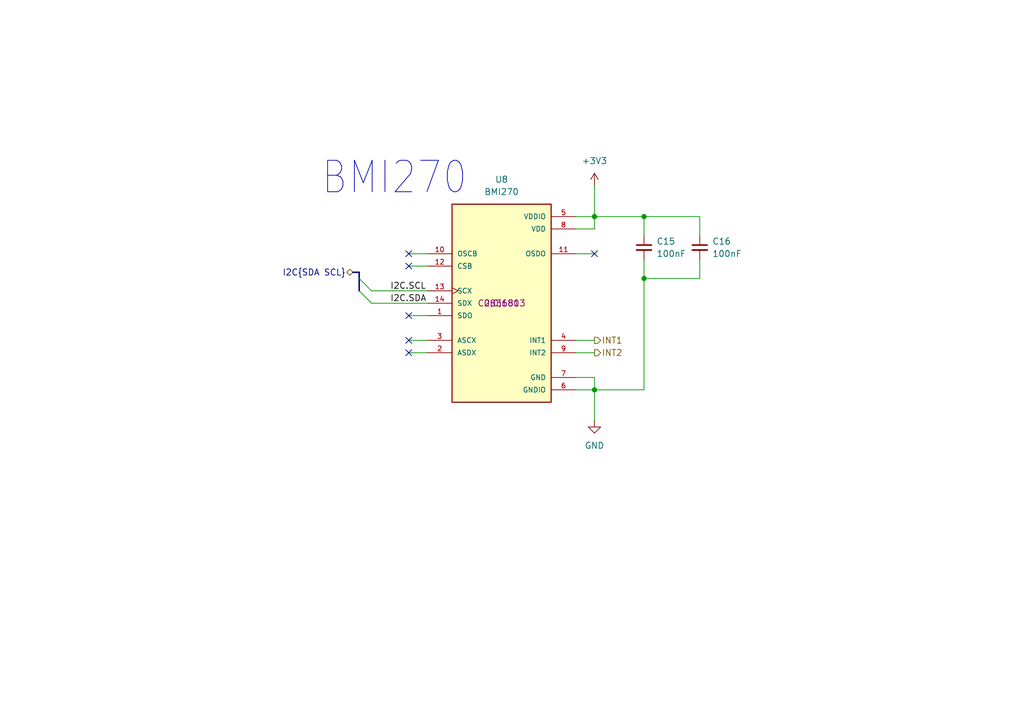
<source format=kicad_sch>
(kicad_sch (version 20250114) (generator "eeschema") (generator_version "9.0")
  (paper "A5")
  (lib_symbols
    (symbol "BMI270:BMI270" (pin_names (offset 1.016))
      (property "Reference" "U" (at -10.16 21.082 0))
      (property "Value" "BMI270" (at -10.16 -22.86 0))
      (symbol "BMI270_0_0"
        (rectangle (start -10.16 -20.32) (end 10.16 20.32) (stroke (width 0.254)) (fill (type background)))
        (pin input line (at -15.24 10.16 0) (length 5.08) (name "OSCB") (number "10"))
        (pin input line (at -15.24 7.62 0) (length 5.08) (name "CSB") (number "12"))
        (pin input clock (at -15.24 2.54 0) (length 5.08) (name "SCX") (number "13"))
        (pin bidirectional line (at -15.24 0 0) (length 5.08) (name "SDX") (number "14"))
        (pin bidirectional line (at -15.24 -2.54 0) (length 5.08) (name "SDO") (number "1"))
        (pin bidirectional line (at -15.24 -7.62 0) (length 5.08) (name "ASCX") (number "3"))
        (pin bidirectional line (at -15.24 -10.16 0) (length 5.08) (name "ASDX") (number "2"))
        (pin power_in line (at 15.24 17.78 180) (length 5.08) (name "VDDIO") (number "5"))
        (pin power_in line (at 15.24 15.24 180) (length 5.08) (name "VDD") (number "8"))
        (pin output line (at 15.24 10.16 180) (length 5.08) (name "OSDO") (number "11"))
        (pin bidirectional line (at 15.24 -7.62 180) (length 5.08) (name "INT1") (number "4"))
        (pin bidirectional line (at 15.24 -10.16 180) (length 5.08) (name "INT2") (number "9"))
        (pin power_in line (at 15.24 -15.24 180) (length 5.08) (name "GND") (number "7"))
        (pin power_in line (at 15.24 -17.78 180) (length 5.08) (name "GNDIO") (number "6"))
      )
    )
    (symbol "Device:C_Small" (pin_numbers (hide yes)) (pin_names (offset 0.254) (hide yes))
      (property "Reference" "C" (at 0.254 1.778 0))
      (property "Value" "C_Small" (at 0.254 -2.032 0))
      (symbol "C_Small_0_1"
        (polyline (pts (xy -1.524 0.508) (xy 1.524 0.508)) (stroke (width 0.3048)))
        (polyline (pts (xy -1.524 -0.508) (xy 1.524 -0.508)) (stroke (width 0.3302)))
      )
      (symbol "C_Small_1_1"
        (pin passive line (at 0 2.54 270) (length 2.032) (name "~") (number "1"))
        (pin passive line (at 0 -2.54 90) (length 2.032) (name "~") (number "2"))
      )
    )
    (symbol "power:+3V3" (power) (pin_numbers (hide yes)) (pin_names (offset 0) (hide yes))
      (property "Value" "+3V3" (at 0 3.556 0))
      (symbol "+3V3_0_1"
        (polyline (pts (xy -0.762 1.27) (xy 0 2.54)))
        (polyline (pts (xy 0 2.54) (xy 0.762 1.27)))
        (polyline (pts (xy 0 0) (xy 0 2.54)))
      )
      (symbol "+3V3_1_1"
        (pin power_in line (at 0 0 90) (length 0) (name "~") (number "1"))
      )
    )
    (symbol "power:GND" (power) (pin_numbers (hide yes)) (pin_names (offset 0) (hide yes))
      (property "Value" "GND" (at 0 -3.81 0))
      (symbol "GND_0_1"
        (polyline (pts (xy 0 0) (xy 0 -1.27) (xy 1.27 -1.27) (xy 0 -2.54) (xy -1.27 -1.27) (xy 0 -1.27)))
      )
      (symbol "GND_1_1"
        (pin power_in line (at 0 0 270) (length 0) (name "~") (number "1"))
      )
    )
  )
  (text "BMI270" (at 65.786 40.386 0) (effects (font (size 6.4516 5.4838)) (justify left bottom)))
  (junction (at 132.08 57.15))
  (junction (at 121.92 44.45))
  (junction (at 132.08 44.45))
  (junction (at 121.92 80.01))
  (no_connect (at 83.82 54.61))
  (no_connect (at 83.82 52.07))
  (no_connect (at 83.82 72.39))
  (no_connect (at 83.82 69.85))
  (no_connect (at 83.82 64.77))
  (no_connect (at 121.92 52.07))
  (bus_entry (at 73.66 57.15) (size 2.54 2.54))
  (bus_entry (at 73.66 59.69) (size 2.54 2.54))
  (bus (pts (xy 73.66 59.69) (xy 73.66 57.15)))
  (wire (pts (xy 118.11 72.39) (xy 121.92 72.39)))
  (wire (pts (xy 83.82 54.61) (xy 87.63 54.61)))
  (wire (pts (xy 121.92 80.01) (xy 121.92 86.36)))
  (wire (pts (xy 83.82 64.77) (xy 87.63 64.77)))
  (bus (pts (xy 72.39 55.88) (xy 73.66 55.88)))
  (wire (pts (xy 76.2 62.23) (xy 87.63 62.23)))
  (wire (pts (xy 143.51 44.45) (xy 143.51 48.26)))
  (wire (pts (xy 121.92 44.45) (xy 121.92 46.99)))
  (wire (pts (xy 118.11 69.85) (xy 121.92 69.85)))
  (wire (pts (xy 83.82 52.07) (xy 87.63 52.07)))
  (wire (pts (xy 143.51 57.15) (xy 143.51 53.34)))
  (wire (pts (xy 83.82 72.39) (xy 87.63 72.39)))
  (wire (pts (xy 132.08 57.15) (xy 143.51 57.15)))
  (wire (pts (xy 118.11 77.47) (xy 121.92 77.47)))
  (bus (pts (xy 73.66 57.15) (xy 73.66 55.88)))
  (wire (pts (xy 76.2 59.69) (xy 87.63 59.69)))
  (wire (pts (xy 118.11 46.99) (xy 121.92 46.99)))
  (wire (pts (xy 132.08 44.45) (xy 132.08 48.26)))
  (wire (pts (xy 132.08 80.01) (xy 121.92 80.01)))
  (wire (pts (xy 132.08 44.45) (xy 143.51 44.45)))
  (wire (pts (xy 118.11 80.01) (xy 121.92 80.01)))
  (wire (pts (xy 121.92 44.45) (xy 132.08 44.45)))
  (wire (pts (xy 118.11 44.45) (xy 121.92 44.45)))
  (wire (pts (xy 121.92 77.47) (xy 121.92 80.01)))
  (wire (pts (xy 118.11 52.07) (xy 121.92 52.07)))
  (wire (pts (xy 132.08 57.15) (xy 132.08 80.01)))
  (wire (pts (xy 132.08 53.34) (xy 132.08 57.15)))
  (wire (pts (xy 121.92 38.1) (xy 121.92 44.45)))
  (wire (pts (xy 83.82 69.85) (xy 87.63 69.85)))
  (label "I2C.SDA" (at 80.01 62.23 0))
  (label "I2C.SCL" (at 80.01 59.69 0))
  (hierarchical_label "I2C{SDA SCL}" (shape bidirectional) (at 72.39 55.88 180))
  (hierarchical_label "INT1" (shape output) (at 121.92 69.85 0))
  (hierarchical_label "INT2" (shape output) (at 121.92 72.39 0))
  (symbol (lib_id "Device:C_Small") (at 143.51 50.8 0) (unit 1)
    (property "Reference" "C16" (at 146.05 49.5362 0) (effects (justify left)))
    (property "Value" "100nF" (at 146.05 52.0762 0) (effects (justify left)))
    (property "Footprint" "Capacitor_SMD:C_0402_1005Metric" (effects (hide yes)))
    (property "Description" "Unpolarized capacitor, small symbol" (effects (hide yes)))
    (property "LCSC" "C307331" (effects (hide yes)))
  )
  (symbol (lib_id "BMI270:BMI270") (at 102.87 62.23 0) (unit 1)
    (property "Reference" "U8" (at 102.87 36.83 0))
    (property "Value" "BMI270" (at 102.87 39.37 0))
    (property "Footprint" "BMI270:XDCR_BMI270" (effects (hide yes)))
    (property "PATREV" "1.0" (effects (hide yes)))
    (property "MF" "Bosch Sensortec" (effects (hide yes)))
    (property "MAXIMUM_PACKAGE_HEIGHT" "0.87mm" (effects (hide yes)))
    (property "Package" "LGA-14 Bosch Sensortec" (effects (hide yes)))
    (property "Price" "None" (effects (hide yes)))
    (property "Check_prices" "https://www.snapeda.com/parts/BMI270/Bosch/view-part/?ref=eda" (effects (hide yes)))
    (property "STANDARD" "Manufacturer Recommendations" (effects (hide yes)))
    (property "SnapEDA_Link" "https://www.snapeda.com/parts/BMI270/Bosch/view-part/?ref=snap" (effects (hide yes)))
    (property "MP" "BMI270" (effects (hide yes)))
    (property "Description_1" "Accelerometer, Gyroscope, 6 Axis Sensor I2C, SPI Output" (effects (hide yes)))
    (property "Availability" "In Stock" (effects (hide yes)))
    (property "MANUFACTURER" "Bosch Sensortec" (effects (hide yes)))
    (property "LCSC" "C2836813" (at 102.87 62.23 0))
    (property "JLCPCB_CORRECTION" "0;0;180" (at 102.87 62.23 0))
  )
  (symbol (lib_id "power:+3V3") (at 121.92 38.1 0) (unit 1)
    (property "Reference" "#PWR043" (effects (hide yes)))
    (property "Value" "+3V3" (at 121.92 33.02 0))
    (property "Description" "Power symbol creates a global label with name \"+3V3\"" (effects (hide yes)))
  )
  (symbol (lib_id "power:GND") (at 121.92 86.36 0) (unit 1)
    (property "Reference" "#PWR044" (effects (hide yes)))
    (property "Value" "GND" (at 121.92 91.44 0))
    (property "Description" "Power symbol creates a global label with name \"GND\" , ground" (effects (hide yes)))
  )
  (symbol (lib_id "Device:C_Small") (at 132.08 50.8 0) (unit 1)
    (property "Reference" "C15" (at 134.62 49.5362 0) (effects (justify left)))
    (property "Value" "100nF" (at 134.62 52.0762 0) (effects (justify left)))
    (property "Footprint" "Capacitor_SMD:C_0402_1005Metric" (effects (hide yes)))
    (property "Description" "Unpolarized capacitor, small symbol" (effects (hide yes)))
    (property "LCSC" "C307331" (effects (hide yes)))
  )
)
</source>
